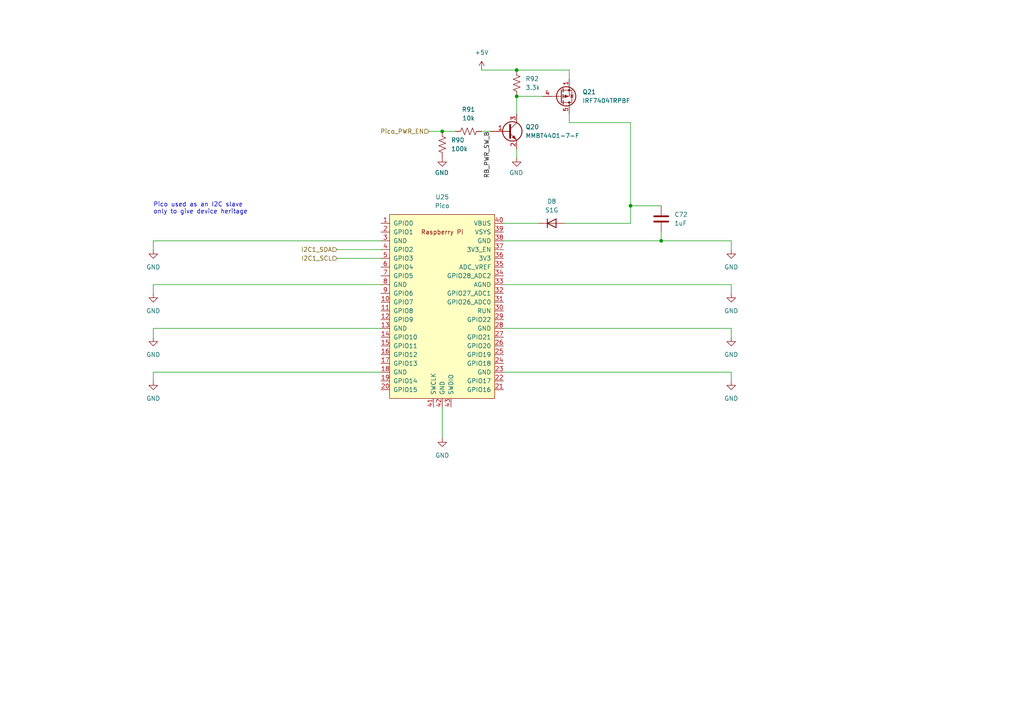
<source format=kicad_sch>
(kicad_sch (version 20211123) (generator eeschema)
  (paper "A4")
  (lib_symbols
    (symbol "Device:C" (pin_numbers hide) (pin_names (offset 0.254))
      (property "Reference" "C" (at 0.635 2.54 0))
      (property "Value" "C" (at 0.635 -2.54 0))
      (symbol "C_0_1"
        (polyline (pts (xy -2.032 -0.762) (xy 2.032 -0.762)) (stroke (width 0.508)))
        (polyline (pts (xy -2.032 0.762) (xy 2.032 0.762)) (stroke (width 0.508)))
      )
      (symbol "C_1_1"
        (pin passive line (at 0 3.81 270) (length 2.794) (name "~") (number "1"))
        (pin passive line (at 0 -3.81 90) (length 2.794) (name "~") (number "2"))
      )
    )
    (symbol "Device:D" (pin_numbers hide) (pin_names (offset 1.016) hide)
      (property "Reference" "D" (at 0 2.54 0))
      (property "Value" "D" (at 0 -2.54 0))
      (symbol "D_0_1"
        (polyline (pts (xy -1.27 1.27) (xy -1.27 -1.27)) (stroke (width 0.254)))
        (polyline (pts (xy 1.27 0) (xy -1.27 0)))
        (polyline (pts (xy 1.27 1.27) (xy 1.27 -1.27) (xy -1.27 0) (xy 1.27 1.27)) (stroke (width 0.254)))
      )
      (symbol "D_1_1"
        (pin passive line (at -3.81 0 0) (length 2.54) (name "K") (number "1"))
        (pin passive line (at 3.81 0 180) (length 2.54) (name "A") (number "2"))
      )
    )
    (symbol "Device:Q_NPN_BEC" (pin_names (offset 0) hide)
      (property "Reference" "Q" (at 5.08 1.27 0))
      (property "Value" "Q_NPN_BEC" (at 5.08 -1.27 0))
      (symbol "Q_NPN_BEC_0_1"
        (polyline (pts (xy 0.635 0.635) (xy 2.54 2.54)))
        (polyline (pts (xy 0.635 -0.635) (xy 2.54 -2.54) (xy 2.54 -2.54)))
        (polyline (pts (xy 0.635 1.905) (xy 0.635 -1.905) (xy 0.635 -1.905)) (stroke (width 0.508)))
        (polyline (pts (xy 1.27 -1.778) (xy 1.778 -1.27) (xy 2.286 -2.286) (xy 1.27 -1.778) (xy 1.27 -1.778)) (fill (type outline)))
        (circle (center 1.27 0) (radius 2.8194) (stroke (width 0.254)))
      )
      (symbol "Q_NPN_BEC_1_1"
        (pin input line (at -5.08 0 0) (length 5.715) (name "B") (number "1"))
        (pin passive line (at 2.54 -5.08 90) (length 2.54) (name "E") (number "2"))
        (pin passive line (at 2.54 5.08 270) (length 2.54) (name "C") (number "3"))
      )
    )
    (symbol "Device:R_US" (pin_numbers hide) (pin_names (offset 0))
      (property "Reference" "R" (at 2.54 0 90))
      (property "Value" "R_US" (at -2.54 0 90))
      (symbol "R_US_0_1"
        (polyline (pts (xy 0 -2.286) (xy 0 -2.54)))
        (polyline (pts (xy 0 2.286) (xy 0 2.54)))
        (polyline (pts (xy 0 -0.762) (xy 1.016 -1.143) (xy 0 -1.524) (xy -1.016 -1.905) (xy 0 -2.286)))
        (polyline (pts (xy 0 0.762) (xy 1.016 0.381) (xy 0 0) (xy -1.016 -0.381) (xy 0 -0.762)))
        (polyline (pts (xy 0 2.286) (xy 1.016 1.905) (xy 0 1.524) (xy -1.016 1.143) (xy 0 0.762)))
      )
      (symbol "R_US_1_1"
        (pin passive line (at 0 3.81 270) (length 1.27) (name "~") (number "1"))
        (pin passive line (at 0 -3.81 90) (length 1.27) (name "~") (number "2"))
      )
    )
    (symbol "RPi_Pico:Pico" (pin_names (offset 1.016))
      (property "Reference" "U" (at -13.97 27.94 0))
      (property "Value" "Pico" (at 0 19.05 0))
      (symbol "Pico_0_0"
        (text "Raspberry Pi" (at 0 21.59 0) (effects (font (size 1.27 1.27))))
      )
      (symbol "Pico_0_1"
        (rectangle (start -15.24 26.67) (end 15.24 -26.67) (fill (type background)))
      )
      (symbol "Pico_1_1"
        (pin bidirectional line (at -17.78 24.13 0) (length 2.54) (name "GPIO0") (number "1"))
        (pin bidirectional line (at -17.78 1.27 0) (length 2.54) (name "GPIO7") (number "10"))
        (pin bidirectional line (at -17.78 -1.27 0) (length 2.54) (name "GPIO8") (number "11"))
        (pin bidirectional line (at -17.78 -3.81 0) (length 2.54) (name "GPIO9") (number "12"))
        (pin power_in line (at -17.78 -6.35 0) (length 2.54) (name "GND") (number "13"))
        (pin bidirectional line (at -17.78 -8.89 0) (length 2.54) (name "GPIO10") (number "14"))
        (pin bidirectional line (at -17.78 -11.43 0) (length 2.54) (name "GPIO11") (number "15"))
        (pin bidirectional line (at -17.78 -13.97 0) (length 2.54) (name "GPIO12") (number "16"))
        (pin bidirectional line (at -17.78 -16.51 0) (length 2.54) (name "GPIO13") (number "17"))
        (pin power_in line (at -17.78 -19.05 0) (length 2.54) (name "GND") (number "18"))
        (pin bidirectional line (at -17.78 -21.59 0) (length 2.54) (name "GPIO14") (number "19"))
        (pin bidirectional line (at -17.78 21.59 0) (length 2.54) (name "GPIO1") (number "2"))
        (pin bidirectional line (at -17.78 -24.13 0) (length 2.54) (name "GPIO15") (number "20"))
        (pin bidirectional line (at 17.78 -24.13 180) (length 2.54) (name "GPIO16") (number "21"))
        (pin bidirectional line (at 17.78 -21.59 180) (length 2.54) (name "GPIO17") (number "22"))
        (pin power_in line (at 17.78 -19.05 180) (length 2.54) (name "GND") (number "23"))
        (pin bidirectional line (at 17.78 -16.51 180) (length 2.54) (name "GPIO18") (number "24"))
        (pin bidirectional line (at 17.78 -13.97 180) (length 2.54) (name "GPIO19") (number "25"))
        (pin bidirectional line (at 17.78 -11.43 180) (length 2.54) (name "GPIO20") (number "26"))
        (pin bidirectional line (at 17.78 -8.89 180) (length 2.54) (name "GPIO21") (number "27"))
        (pin power_in line (at 17.78 -6.35 180) (length 2.54) (name "GND") (number "28"))
        (pin bidirectional line (at 17.78 -3.81 180) (length 2.54) (name "GPIO22") (number "29"))
        (pin power_in line (at -17.78 19.05 0) (length 2.54) (name "GND") (number "3"))
        (pin input line (at 17.78 -1.27 180) (length 2.54) (name "RUN") (number "30"))
        (pin bidirectional line (at 17.78 1.27 180) (length 2.54) (name "GPIO26_ADC0") (number "31"))
        (pin bidirectional line (at 17.78 3.81 180) (length 2.54) (name "GPIO27_ADC1") (number "32"))
        (pin power_in line (at 17.78 6.35 180) (length 2.54) (name "AGND") (number "33"))
        (pin bidirectional line (at 17.78 8.89 180) (length 2.54) (name "GPIO28_ADC2") (number "34"))
        (pin unspecified line (at 17.78 11.43 180) (length 2.54) (name "ADC_VREF") (number "35"))
        (pin unspecified line (at 17.78 13.97 180) (length 2.54) (name "3V3") (number "36"))
        (pin input line (at 17.78 16.51 180) (length 2.54) (name "3V3_EN") (number "37"))
        (pin bidirectional line (at 17.78 19.05 180) (length 2.54) (name "GND") (number "38"))
        (pin unspecified line (at 17.78 21.59 180) (length 2.54) (name "VSYS") (number "39"))
        (pin bidirectional line (at -17.78 16.51 0) (length 2.54) (name "GPIO2") (number "4"))
        (pin unspecified line (at 17.78 24.13 180) (length 2.54) (name "VBUS") (number "40"))
        (pin input line (at -2.54 -29.21 90) (length 2.54) (name "SWCLK") (number "41"))
        (pin power_in line (at 0 -29.21 90) (length 2.54) (name "GND") (number "42"))
        (pin bidirectional line (at 2.54 -29.21 90) (length 2.54) (name "SWDIO") (number "43"))
        (pin bidirectional line (at -17.78 13.97 0) (length 2.54) (name "GPIO3") (number "5"))
        (pin bidirectional line (at -17.78 11.43 0) (length 2.54) (name "GPIO4") (number "6"))
        (pin bidirectional line (at -17.78 8.89 0) (length 2.54) (name "GPIO5") (number "7"))
        (pin power_in line (at -17.78 6.35 0) (length 2.54) (name "GND") (number "8"))
        (pin bidirectional line (at -17.78 3.81 0) (length 2.54) (name "GPIO6") (number "9"))
      )
    )
    (symbol "SLI-Backplane-Blank-Card-KiCad:IRF7404TRPBF" (pin_names (offset 0) hide)
      (property "Reference" "Q" (at 5.08 1.27 0))
      (property "Value" "IRF7404TRPBF" (at 5.08 -1.27 0))
      (symbol "IRF7404TRPBF_0_1"
        (polyline (pts (xy 0.254 0) (xy -2.54 0)))
        (polyline (pts (xy 0.254 1.905) (xy 0.254 -1.905)) (stroke (width 0.254)))
        (polyline (pts (xy 0.762 -1.27) (xy 0.762 -2.286)) (stroke (width 0.254)))
        (polyline (pts (xy 0.762 0.508) (xy 0.762 -0.508)) (stroke (width 0.254)))
        (polyline (pts (xy 0.762 2.286) (xy 0.762 1.27)) (stroke (width 0.254)))
        (polyline (pts (xy 2.54 2.54) (xy 2.54 1.778)))
        (polyline (pts (xy 2.54 -2.54) (xy 2.54 0) (xy 0.762 0)))
        (polyline (pts (xy 0.762 1.778) (xy 3.302 1.778) (xy 3.302 -1.778) (xy 0.762 -1.778)))
        (polyline (pts (xy 2.286 0) (xy 1.27 0.381) (xy 1.27 -0.381) (xy 2.286 0)) (fill (type outline)))
        (polyline (pts (xy 2.794 -0.508) (xy 2.921 -0.381) (xy 3.683 -0.381) (xy 3.81 -0.254)))
        (polyline (pts (xy 3.302 -0.381) (xy 2.921 0.254) (xy 3.683 0.254) (xy 3.302 -0.381)))
        (circle (center 1.651 0) (radius 2.794) (stroke (width 0.254)))
        (circle (center 2.54 -1.778) (radius 0.254) (fill (type outline)))
        (circle (center 2.54 1.778) (radius 0.254) (fill (type outline)))
      )
      (symbol "IRF7404TRPBF_1_1"
        (pin passive line (at 2.54 -5.08 90) (length 2.54) (name "S") (number "1"))
        (pin passive line (at 2.54 -5.08 90) (length 2.54) hide (name "S") (number "2"))
        (pin passive line (at 2.54 -5.08 90) (length 2.54) hide (name "S") (number "3"))
        (pin input line (at -5.08 0 0) (length 2.54) (name "G") (number "4"))
        (pin passive line (at 2.54 5.08 270) (length 2.54) (name "D") (number "5"))
        (pin passive line (at 2.54 5.08 270) (length 2.54) hide (name "D") (number "6"))
        (pin passive line (at 2.54 5.08 270) (length 2.54) hide (name "D") (number "7"))
        (pin passive line (at 2.54 5.08 270) (length 2.54) hide (name "D") (number "8"))
      )
    )
    (symbol "power:+5V" (power) (pin_names (offset 0))
      (property "Value" "+5V" (at 0 3.556 0))
      (symbol "+5V_0_1"
        (polyline (pts (xy -0.762 1.27) (xy 0 2.54)))
        (polyline (pts (xy 0 0) (xy 0 2.54)))
        (polyline (pts (xy 0 2.54) (xy 0.762 1.27)))
      )
      (symbol "+5V_1_1"
        (pin power_in line (at 0 0 90) (length 0) hide (name "+5V") (number "1"))
      )
    )
    (symbol "power:GND" (power) (pin_names (offset 0))
      (property "Value" "GND" (at 0 -3.81 0))
      (symbol "GND_0_1"
        (polyline (pts (xy 0 0) (xy 0 -1.27) (xy 1.27 -1.27) (xy 0 -2.54) (xy -1.27 -1.27) (xy 0 -1.27)))
      )
      (symbol "GND_1_1"
        (pin power_in line (at 0 0 270) (length 0) hide (name "GND") (number "1"))
      )
    )
  )
  (junction (at 128.27 38.1))
  (junction (at 149.86 27.94))
  (junction (at 182.88 59.69))
  (junction (at 191.77 69.85))
  (junction (at 149.86 20.32))
  (wire (pts (xy 44.45 95.25) (xy 44.45 97.79)))
  (wire (pts (xy 212.09 69.85) (xy 212.09 72.39)))
  (wire (pts (xy 44.45 82.55) (xy 44.45 85.09)))
  (wire (pts (xy 149.86 20.32) (xy 165.1 20.32)))
  (wire (pts (xy 97.79 74.93) (xy 110.49 74.93)))
  (wire (pts (xy 110.49 107.95) (xy 44.45 107.95)))
  (wire (pts (xy 212.09 107.95) (xy 212.09 110.49)))
  (wire (pts (xy 182.88 59.69) (xy 182.88 64.77)))
  (wire (pts (xy 97.79 72.39) (xy 110.49 72.39)))
  (wire (pts (xy 128.27 38.1) (xy 132.08 38.1)))
  (wire (pts (xy 146.05 69.85) (xy 191.77 69.85)))
  (wire (pts (xy 165.1 35.56) (xy 182.88 35.56)))
  (wire (pts (xy 139.7 38.1) (xy 142.24 38.1)))
  (wire (pts (xy 110.49 69.85) (xy 44.45 69.85)))
  (wire (pts (xy 212.09 95.25) (xy 212.09 97.79)))
  (wire (pts (xy 182.88 35.56) (xy 182.88 59.69)))
  (wire (pts (xy 149.86 45.72) (xy 149.86 43.18)))
  (wire (pts (xy 182.88 59.69) (xy 191.77 59.69)))
  (wire (pts (xy 110.49 82.55) (xy 44.45 82.55)))
  (wire (pts (xy 110.49 95.25) (xy 44.45 95.25)))
  (wire (pts (xy 44.45 107.95) (xy 44.45 110.49)))
  (wire (pts (xy 146.05 64.77) (xy 156.21 64.77)))
  (wire (pts (xy 165.1 35.56) (xy 165.1 33.02)))
  (wire (pts (xy 146.05 95.25) (xy 212.09 95.25)))
  (wire (pts (xy 146.05 82.55) (xy 212.09 82.55)))
  (wire (pts (xy 44.45 69.85) (xy 44.45 72.39)))
  (wire (pts (xy 165.1 20.32) (xy 165.1 22.86)))
  (wire (pts (xy 124.46 38.1) (xy 128.27 38.1)))
  (wire (pts (xy 146.05 107.95) (xy 212.09 107.95)))
  (wire (pts (xy 128.27 118.11) (xy 128.27 127)))
  (wire (pts (xy 163.83 64.77) (xy 182.88 64.77)))
  (wire (pts (xy 212.09 82.55) (xy 212.09 85.09)))
  (wire (pts (xy 149.86 33.02) (xy 149.86 27.94)))
  (wire (pts (xy 191.77 67.31) (xy 191.77 69.85)))
  (wire (pts (xy 149.86 27.94) (xy 157.48 27.94)))
  (wire (pts (xy 191.77 69.85) (xy 212.09 69.85)))
  (wire (pts (xy 139.7 20.32) (xy 149.86 20.32)))
  (text "Pico used as an I2C slave\nonly to give device heritage" (at 44.45 62.23 0) (effects (font (size 1.27 1.27)) (justify left bottom)))
  (label "RB_PWR_SW_B" (at 142.24 38.1 270))
  (hierarchical_label "Pico_PWR_EN" (shape input) (at 124.46 38.1 180))
  (hierarchical_label "I2C1_SCL" (shape input) (at 97.79 74.93 180))
  (hierarchical_label "I2C1_SDA" (shape input) (at 97.79 72.39 180))
  (symbol (lib_id "power:GND") (at 212.09 85.09 0) (unit 1)
    (property "Reference" "#PWR0120" (effects hide))
    (property "Value" "GND" (at 212.09 90.17 0))
  )
  (symbol (lib_id "power:GND") (at 212.09 72.39 0) (unit 1)
    (property "Reference" "#PWR0109" (effects hide))
    (property "Value" "GND" (at 212.09 77.47 0))
  )
  (symbol (lib_id "power:GND") (at 212.09 110.49 0) (unit 1)
    (property "Reference" "#PWR0118" (effects hide))
    (property "Value" "GND" (at 212.09 115.57 0))
  )
  (symbol (lib_id "power:GND") (at 44.45 97.79 0) (mirror y) (unit 1)
    (property "Reference" "#PWR0126" (effects hide))
    (property "Value" "GND" (at 44.45 102.87 0))
  )
  (symbol (lib_id "Device:R_US") (at 149.86 24.13 0) (unit 1)
    (property "Reference" "R92" (at 152.4 22.8599 0) (effects (justify left)))
    (property "Value" "3.3k" (at 152.4 25.3999 0) (effects (justify left)))
    (property "Footprint" "Resistor_SMD:R_0603_1608Metric" (effects hide))
  )
  (symbol (lib_id "Device:D") (at 160.02 64.77 0) (unit 1)
    (property "Reference" "D8" (at 160.02 58.42 0))
    (property "Value" "S1G" (at 160.02 60.96 0))
    (property "Footprint" "Diode_SMD:D_SMA" (effects hide))
  )
  (symbol (lib_id "power:GND") (at 212.09 97.79 0) (unit 1)
    (property "Reference" "#PWR0115" (effects hide))
    (property "Value" "GND" (at 212.09 102.87 0))
  )
  (symbol (lib_id "power:GND") (at 149.86 45.72 0) (mirror y) (unit 1)
    (property "Reference" "#PWR0114" (effects hide))
    (property "Value" "GND" (at 149.733 50.1142 0))
  )
  (symbol (lib_id "power:GND") (at 44.45 85.09 0) (mirror y) (unit 1)
    (property "Reference" "#PWR0125" (effects hide))
    (property "Value" "GND" (at 44.45 90.17 0))
  )
  (symbol (lib_id "power:GND") (at 44.45 72.39 0) (mirror y) (unit 1)
    (property "Reference" "#PWR0129" (effects hide))
    (property "Value" "GND" (at 44.45 77.47 0))
  )
  (symbol (lib_id "Device:Q_NPN_BEC") (at 147.32 38.1 0) (unit 1)
    (property "Reference" "Q20" (at 152.4 36.8299 0) (effects (justify left)))
    (property "Value" "MMBT4401-7-F" (at 152.4 39.3699 0) (effects (justify left)))
    (property "Footprint" "Package_TO_SOT_SMD:SOT-23" (effects hide))
  )
  (symbol (lib_id "Device:C") (at 191.77 63.5 0) (unit 1)
    (property "Reference" "C72" (at 195.58 62.2299 0) (effects (justify left)))
    (property "Value" "1uF" (at 195.58 64.7699 0) (effects (justify left)))
    (property "Footprint" "Capacitor_SMD:C_0603_1608Metric" (effects hide))
  )
  (symbol (lib_id "power:+5V") (at 139.7 20.32 0) (unit 1)
    (property "Reference" "#PWR0108" (effects hide))
    (property "Value" "+5V" (at 139.7 15.24 0))
  )
  (symbol (lib_id "power:GND") (at 128.27 127 0) (unit 1)
    (property "Reference" "#PWR0123" (effects hide))
    (property "Value" "GND" (at 128.27 132.08 0))
  )
  (symbol (lib_id "Device:R_US") (at 128.27 41.91 0) (unit 1)
    (property "Reference" "R90" (at 130.81 40.6399 0) (effects (justify left)))
    (property "Value" "100k" (at 130.81 43.1799 0) (effects (justify left)))
    (property "Footprint" "Resistor_SMD:R_0603_1608Metric" (effects hide))
  )
  (symbol (lib_id "RPi_Pico:Pico") (at 128.27 88.9 0) (unit 1)
    (property "Reference" "U25" (at 128.27 57.15 0))
    (property "Value" "Pico" (at 128.27 59.69 0))
    (property "Footprint" "RPi_Pico:RPi_Pico_SMD_TH" (effects hide))
  )
  (symbol (lib_id "power:GND") (at 128.27 45.72 0) (mirror y) (unit 1)
    (property "Reference" "#PWR0128" (effects hide))
    (property "Value" "GND" (at 128.143 50.1142 0))
  )
  (symbol (lib_id "SLI-Backplane-Blank-Card-KiCad:IRF7404TRPBF") (at 162.56 27.94 0) (mirror x) (unit 1)
    (property "Reference" "Q21" (at 168.91 26.6699 0) (effects (justify left)))
    (property "Value" "IRF7404TRPBF" (at 168.91 29.2099 0) (effects (justify left)))
    (property "Footprint" "Package_SO:SO-8_3.9x4.9mm_P1.27mm" (effects hide))
  )
  (symbol (lib_id "power:GND") (at 44.45 110.49 0) (mirror y) (unit 1)
    (property "Reference" "#PWR0127" (effects hide))
    (property "Value" "GND" (at 44.45 115.57 0))
  )
  (symbol (lib_id "Device:R_US") (at 135.89 38.1 90) (unit 1)
    (property "Reference" "R91" (at 135.89 31.75 90))
    (property "Value" "10k" (at 135.89 34.29 90))
    (property "Footprint" "Resistor_SMD:R_0603_1608Metric" (effects hide))
  )
)
</source>
